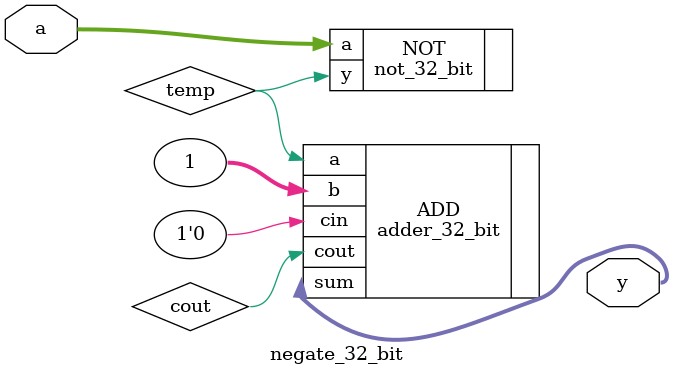
<source format=v>
module negate_32_bit (
  input wire [31:0] a,
  output wire[31:0] y
);

  wire [31:0] tempVal;
  wire cout;

  //To negate a number, you need the two's compliment, which is done by
  //taking the inverse of the number, then adding 1 to it.  
  not_32_bit NOT(.a(a), .y(temp));
  adder_32_bit ADD(.a(temp),.b(32'b1),.cin(1'b0),.cout(cout),.sum(y));

  
endmodule
</source>
